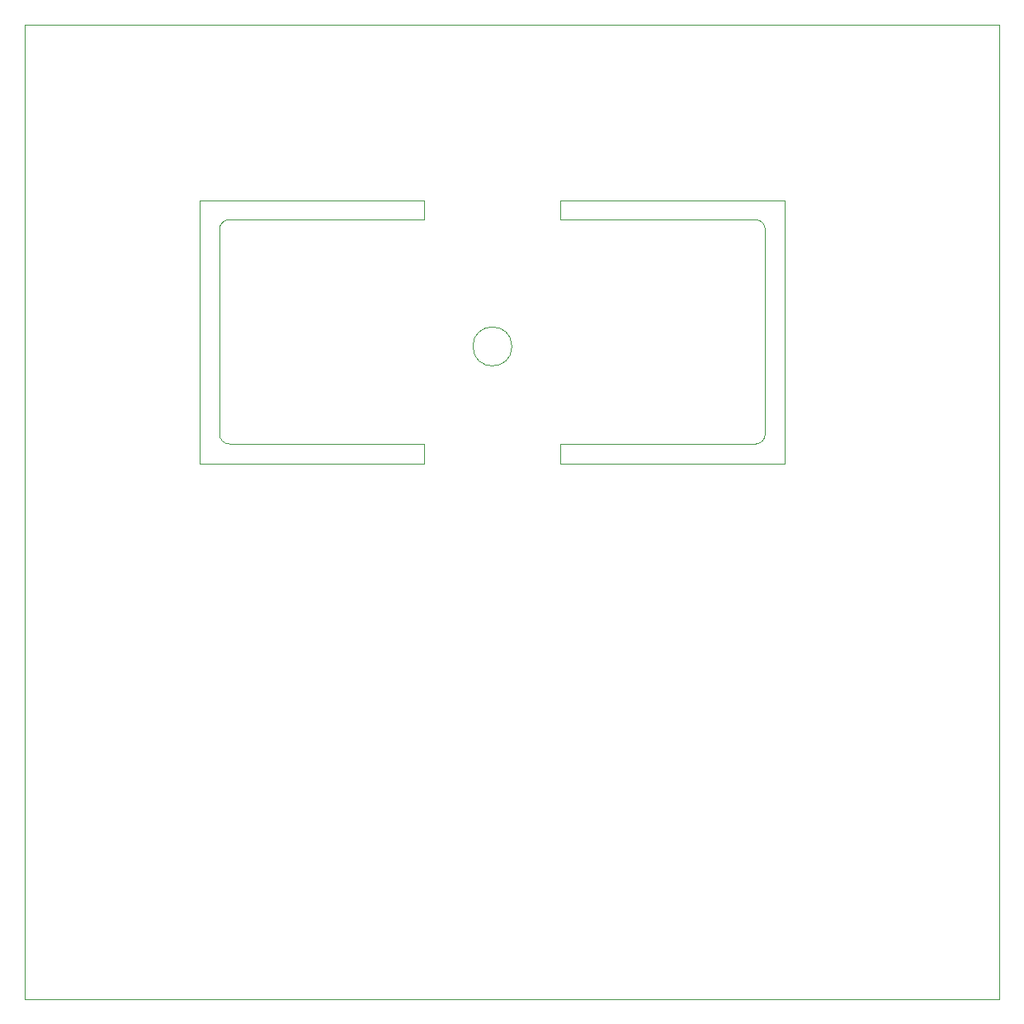
<source format=gbr>
%TF.GenerationSoftware,KiCad,Pcbnew,5.1.9-73d0e3b20d~88~ubuntu20.04.1*%
%TF.CreationDate,2021-05-22T18:00:36+02:00*%
%TF.ProjectId,ValveLord,56616c76-654c-46f7-9264-2e6b69636164,rev?*%
%TF.SameCoordinates,Original*%
%TF.FileFunction,Profile,NP*%
%FSLAX46Y46*%
G04 Gerber Fmt 4.6, Leading zero omitted, Abs format (unit mm)*
G04 Created by KiCad (PCBNEW 5.1.9-73d0e3b20d~88~ubuntu20.04.1) date 2021-05-22 18:00:36*
%MOMM*%
%LPD*%
G01*
G04 APERTURE LIST*
%TA.AperFunction,Profile*%
%ADD10C,0.050000*%
%TD*%
G04 APERTURE END LIST*
D10*
X212000000Y-123000000D02*
X232000000Y-123000000D01*
X212000000Y-125000000D02*
X212000000Y-123000000D01*
X198000000Y-123000000D02*
X198000000Y-125000000D01*
X212000000Y-98000000D02*
X212000000Y-100000000D01*
X235000000Y-98000000D02*
X212000000Y-98000000D01*
X235000000Y-125000000D02*
X235000000Y-98000000D01*
X212000000Y-125000000D02*
X235000000Y-125000000D01*
X175000000Y-125000000D02*
X198000000Y-125000000D01*
X175000000Y-98000000D02*
X175000000Y-125000000D01*
X198000000Y-98000000D02*
X175000000Y-98000000D01*
X198000000Y-100000000D02*
X198000000Y-98000000D01*
X178000000Y-100000000D02*
X198000000Y-100000000D01*
X257000000Y-80000000D02*
X157000000Y-80000000D01*
X257000000Y-180000000D02*
X257000000Y-80000000D01*
X207000000Y-180000000D02*
X257000000Y-180000000D01*
X157000000Y-180000000D02*
X207000000Y-180000000D01*
X157000000Y-130000000D02*
X157000000Y-180000000D01*
X157000000Y-80000000D02*
X157000000Y-130000000D01*
X232000000Y-100000000D02*
G75*
G02*
X233000000Y-101000000I0J-1000000D01*
G01*
X233000000Y-122000000D02*
G75*
G02*
X232000000Y-123000000I-1000000J0D01*
G01*
X178000000Y-123000000D02*
G75*
G02*
X177000000Y-122000000I0J1000000D01*
G01*
X177000000Y-101000000D02*
G75*
G02*
X178000000Y-100000000I1000000J0D01*
G01*
X207000000Y-113000000D02*
G75*
G03*
X207000000Y-113000000I-2000000J0D01*
G01*
X232000000Y-100000000D02*
X212000000Y-100000000D01*
X233000000Y-122000000D02*
X233000000Y-101000000D01*
X178000000Y-123000000D02*
X198000000Y-123000000D01*
X177000000Y-101000000D02*
X177000000Y-122000000D01*
M02*

</source>
